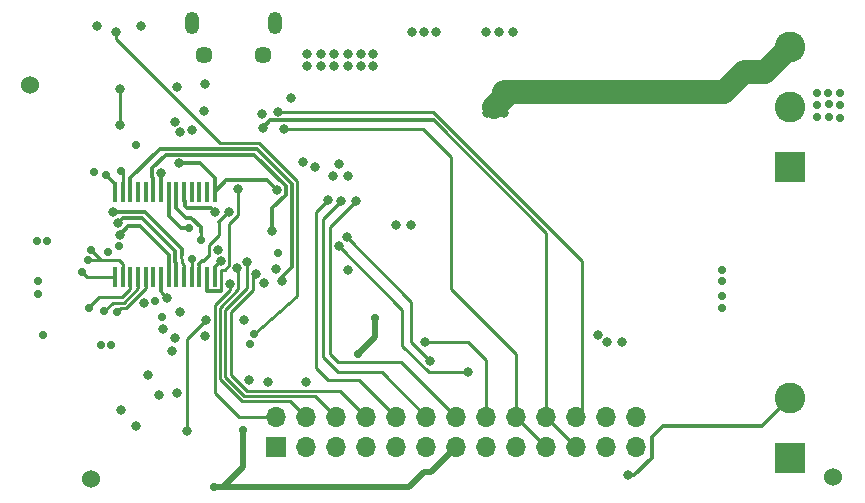
<source format=gbr>
%TF.GenerationSoftware,KiCad,Pcbnew,(5.1.9)-1*%
%TF.CreationDate,2022-08-25T12:46:07+02:00*%
%TF.ProjectId,electric_angle_actuator,656c6563-7472-4696-935f-616e676c655f,rev?*%
%TF.SameCoordinates,Original*%
%TF.FileFunction,Copper,L4,Bot*%
%TF.FilePolarity,Positive*%
%FSLAX46Y46*%
G04 Gerber Fmt 4.6, Leading zero omitted, Abs format (unit mm)*
G04 Created by KiCad (PCBNEW (5.1.9)-1) date 2022-08-25 12:46:07*
%MOMM*%
%LPD*%
G01*
G04 APERTURE LIST*
%TA.AperFunction,ComponentPad*%
%ADD10C,1.524000*%
%TD*%
%TA.AperFunction,ComponentPad*%
%ADD11O,1.200000X1.900000*%
%TD*%
%TA.AperFunction,ComponentPad*%
%ADD12C,1.450000*%
%TD*%
%TA.AperFunction,SMDPad,CuDef*%
%ADD13R,0.450000X1.750000*%
%TD*%
%TA.AperFunction,ComponentPad*%
%ADD14O,1.700000X1.700000*%
%TD*%
%TA.AperFunction,ComponentPad*%
%ADD15R,1.700000X1.700000*%
%TD*%
%TA.AperFunction,ComponentPad*%
%ADD16R,2.600000X2.600000*%
%TD*%
%TA.AperFunction,ComponentPad*%
%ADD17C,2.600000*%
%TD*%
%TA.AperFunction,ViaPad*%
%ADD18C,0.800000*%
%TD*%
%TA.AperFunction,ViaPad*%
%ADD19C,0.700000*%
%TD*%
%TA.AperFunction,Conductor*%
%ADD20C,0.250000*%
%TD*%
%TA.AperFunction,Conductor*%
%ADD21C,0.500000*%
%TD*%
%TA.AperFunction,Conductor*%
%ADD22C,2.000000*%
%TD*%
%TA.AperFunction,Conductor*%
%ADD23C,0.300000*%
%TD*%
G04 APERTURE END LIST*
D10*
%TO.P,REF\u002A\u002A,1*%
%TO.N,N/C*%
X196400000Y-98400000D03*
%TD*%
%TO.P,REF\u002A\u002A,1*%
%TO.N,N/C*%
X133600000Y-98600000D03*
%TD*%
%TO.P,REF\u002A\u002A,1*%
%TO.N,N/C*%
X128400000Y-65200000D03*
%TD*%
D11*
%TO.P,J1,6*%
%TO.N,Net-(J1-Pad6)*%
X142143600Y-59976500D03*
X149143600Y-59976500D03*
D12*
X143143600Y-62676500D03*
X148143600Y-62676500D03*
%TD*%
D13*
%TO.P,U3,28*%
%TO.N,SPI2_SCK*%
X144077400Y-74276400D03*
%TO.P,U3,27*%
%TO.N,N/C*%
X143427400Y-74276400D03*
%TO.P,U3,26*%
X142777400Y-74276400D03*
%TO.P,U3,25*%
X142127400Y-74276400D03*
%TO.P,U3,24*%
%TO.N,I2C1_SCL*%
X141477400Y-74276400D03*
%TO.P,U3,23*%
%TO.N,I2C1_SDA*%
X140827400Y-74276400D03*
%TO.P,U3,22*%
%TO.N,ZEROING_PIN*%
X140177400Y-74276400D03*
%TO.P,U3,21*%
%TO.N,PSM*%
X139527400Y-74276400D03*
%TO.P,U3,20*%
%TO.N,V_OUT*%
X138877400Y-74276400D03*
%TO.P,U3,19*%
%TO.N,Net-(U3-Pad19)*%
X138227400Y-74276400D03*
%TO.P,U3,18*%
%TO.N,Net-(U3-Pad18)*%
X137577400Y-74276400D03*
%TO.P,U3,17*%
%TO.N,MAGNET_PRESENCE*%
X136927400Y-74276400D03*
%TO.P,U3,16*%
%TO.N,Net-(C12-Pad1)*%
X136277400Y-74276400D03*
%TO.P,U3,15*%
%TO.N,GND*%
X135627400Y-74276400D03*
%TO.P,U3,14*%
%TO.N,Net-(C11-Pad1)*%
X135627400Y-81476400D03*
%TO.P,U3,13*%
%TO.N,+3V3*%
X136277400Y-81476400D03*
%TO.P,U3,12*%
%TO.N,Net-(C14-Pad2)*%
X136927400Y-81476400D03*
%TO.P,U3,11*%
%TO.N,Net-(C9-Pad1)*%
X137577400Y-81476400D03*
%TO.P,U3,10*%
%TO.N,Net-(C6-Pad1)*%
X138227400Y-81476400D03*
%TO.P,U3,9*%
%TO.N,Net-(U3-Pad9)*%
X138877400Y-81476400D03*
%TO.P,U3,8*%
%TO.N,TURN_DIR_PIN*%
X139527400Y-81476400D03*
%TO.P,U3,7*%
%TO.N,U_PIN*%
X140177400Y-81476400D03*
%TO.P,U3,6*%
%TO.N,V_PIN*%
X140827400Y-81476400D03*
%TO.P,U3,5*%
%TO.N,W_PIN*%
X141477400Y-81476400D03*
%TO.P,U3,4*%
%TO.N,ENC_INC_A*%
X142127400Y-81476400D03*
%TO.P,U3,3*%
%TO.N,ENC_INC_B*%
X142777400Y-81476400D03*
%TO.P,U3,2*%
%TO.N,ENC_INC_Ri*%
X143427400Y-81476400D03*
%TO.P,U3,1*%
%TO.N,SPI2_MISO*%
X144077400Y-81476400D03*
%TD*%
D14*
%TO.P,J2,26*%
%TO.N,+3V3*%
X179768500Y-93345000D03*
%TO.P,J2,25*%
%TO.N,ADC1_IN0*%
X179768500Y-95885000D03*
%TO.P,J2,24*%
%TO.N,SD2*%
X177228500Y-93345000D03*
%TO.P,J2,23*%
%TO.N,SD1*%
X177228500Y-95885000D03*
%TO.P,J2,22*%
%TO.N,DIRECTION*%
X174688500Y-93345000D03*
%TO.P,J2,21*%
%TO.N,HIN_2*%
X174688500Y-95885000D03*
%TO.P,J2,20*%
X172148500Y-93345000D03*
%TO.P,J2,19*%
%TO.N,HIN_1*%
X172148500Y-95885000D03*
%TO.P,J2,18*%
X169608500Y-93345000D03*
%TO.P,J2,17*%
%TO.N,GND*%
X169608500Y-95885000D03*
%TO.P,J2,16*%
%TO.N,ADC1_IN1*%
X167068500Y-93345000D03*
%TO.P,J2,15*%
%TO.N,GND*%
X167068500Y-95885000D03*
%TO.P,J2,14*%
%TO.N,INPUT_IT_1*%
X164528500Y-93345000D03*
%TO.P,J2,13*%
%TO.N,+5V*%
X164528500Y-95885000D03*
%TO.P,J2,12*%
%TO.N,INPUT_IT_2*%
X161988500Y-93345000D03*
%TO.P,J2,11*%
%TO.N,GND*%
X161988500Y-95885000D03*
%TO.P,J2,10*%
%TO.N,INPUT_IT_3*%
X159448500Y-93345000D03*
%TO.P,J2,9*%
%TO.N,+3V3*%
X159448500Y-95885000D03*
%TO.P,J2,8*%
%TO.N,POSITION_INDICATOR_4*%
X156908500Y-93345000D03*
%TO.P,J2,7*%
%TO.N,GND*%
X156908500Y-95885000D03*
%TO.P,J2,6*%
%TO.N,POSITION_INDICATOR_3*%
X154368500Y-93345000D03*
%TO.P,J2,5*%
%TO.N,GND*%
X154368500Y-95885000D03*
%TO.P,J2,4*%
%TO.N,POSITION_INDICATOR_2*%
X151828500Y-93345000D03*
%TO.P,J2,3*%
%TO.N,GND*%
X151828500Y-95885000D03*
%TO.P,J2,2*%
%TO.N,POSITION_INDICATOR_1*%
X149288500Y-93345000D03*
D15*
%TO.P,J2,1*%
%TO.N,GND*%
X149288500Y-95885000D03*
%TD*%
D16*
%TO.P,J4,1*%
%TO.N,V_in*%
X192786000Y-72136000D03*
D17*
%TO.P,J4,2*%
%TO.N,GND*%
X192786000Y-67056000D03*
%TO.P,J4,3*%
%TO.N,+5V*%
X192786000Y-61976000D03*
%TD*%
D16*
%TO.P,J5,1*%
%TO.N,CAN_L*%
X192786000Y-96774000D03*
D17*
%TO.P,J5,2*%
%TO.N,CAN_H*%
X192786000Y-91694000D03*
%TD*%
D18*
%TO.N,GND*%
X149230000Y-80780000D03*
X155318887Y-80876400D03*
X148237877Y-81946850D03*
X146558000Y-85090000D03*
D19*
X147050627Y-87162484D03*
D18*
X143256000Y-86487000D03*
X140462000Y-87757000D03*
X140716000Y-86614000D03*
X146939000Y-90170000D03*
X151765000Y-90373780D03*
X139319000Y-91440000D03*
X138430000Y-89789000D03*
X136144000Y-92710000D03*
X137414000Y-94107000D03*
X138049000Y-83693000D03*
X143145050Y-67425622D03*
X148045000Y-67654000D03*
X150495000Y-66294000D03*
X162814000Y-60706000D03*
X161798000Y-60706000D03*
X160782000Y-60706000D03*
X167005000Y-60706000D03*
X168148000Y-60706000D03*
X169291000Y-60706000D03*
X151511000Y-71755000D03*
X154051000Y-72898000D03*
X155321000Y-72898000D03*
X159385000Y-77089000D03*
X160655000Y-77089000D03*
X134112000Y-60198000D03*
X142171847Y-69029153D03*
X143256000Y-65151000D03*
X144346964Y-79166855D03*
D19*
X133880000Y-72570000D03*
X134890000Y-72850000D03*
X137380000Y-70340000D03*
X135060000Y-79355000D03*
X129040000Y-78410000D03*
X129890000Y-78450000D03*
X129100000Y-81790000D03*
X129120000Y-82890000D03*
X129570000Y-86400000D03*
X134430000Y-87230000D03*
X135270000Y-87200000D03*
X195090000Y-65860000D03*
X195990000Y-65880000D03*
X197020000Y-65870000D03*
X195100000Y-66890000D03*
X196040000Y-66820000D03*
X197050000Y-66910000D03*
X195100000Y-67920000D03*
X196040000Y-67950000D03*
X197020000Y-68010000D03*
X187050000Y-84120000D03*
X187040000Y-83120000D03*
X187050000Y-81860000D03*
X187050000Y-80920000D03*
D18*
X176530000Y-86360000D03*
X177292000Y-86995000D03*
X178562000Y-86995000D03*
%TO.N,+3V3*%
X148590000Y-90373780D03*
X140843000Y-91313000D03*
X141097000Y-84455000D03*
X155321000Y-63627000D03*
X151892000Y-62611000D03*
X153035000Y-62611000D03*
X154178000Y-62611000D03*
X155321000Y-62611000D03*
X156464000Y-62611000D03*
X157480000Y-62611000D03*
X151892000Y-63627000D03*
X153035000Y-63627000D03*
X154178000Y-63627000D03*
X156464000Y-63627000D03*
X157480000Y-63627000D03*
X141097000Y-69215000D03*
X140716000Y-68326000D03*
X140844210Y-65403790D03*
X154559000Y-71882000D03*
X152527000Y-72136000D03*
X137795000Y-60198000D03*
X139700000Y-85852000D03*
D19*
X133340000Y-80030000D03*
X133570000Y-79180000D03*
X135930000Y-78880000D03*
X149470000Y-79480000D03*
X139573000Y-84836000D03*
X139038952Y-83551579D03*
D18*
%TO.N,+5V*%
X167132000Y-67564000D03*
X168529000Y-67564000D03*
D19*
X168529000Y-66641000D03*
X167642500Y-66672500D03*
X144000000Y-99250000D03*
X157620000Y-84950000D03*
X156220000Y-87980000D03*
X146450000Y-94450000D03*
D18*
%TO.N,CAN_H*%
X179038500Y-98271000D03*
%TO.N,SWCLK*%
X136042400Y-68630800D03*
X136042400Y-65582800D03*
%TO.N,NRST*%
X135737600Y-60756800D03*
D19*
X147421600Y-86309200D03*
D18*
%TO.N,SPI2_SCK*%
X149346800Y-74138716D03*
X141071600Y-71870000D03*
%TO.N,I2C1_SCL*%
X144081500Y-75946000D03*
D19*
%TO.N,I2C1_SDA*%
X142940000Y-78350000D03*
%TO.N,ZEROING_PIN*%
X141859000Y-77343000D03*
D18*
%TO.N,PSM*%
X139509500Y-72644000D03*
%TO.N,V_OUT*%
X148945600Y-77622400D03*
%TO.N,MAGNET_PRESENCE*%
X149758400Y-81838800D03*
%TO.N,TURN_DIR_PIN*%
X140004800Y-83261200D03*
%TO.N,U_PIN*%
X136017810Y-77896076D03*
%TO.N,V_PIN*%
X135892714Y-76903929D03*
%TO.N,W_PIN*%
X135445500Y-76009500D03*
D19*
%TO.N,ENC_INC_A*%
X142120000Y-79930000D03*
D18*
%TO.N,ENC_INC_B*%
X145300000Y-75946000D03*
%TO.N,ENC_INC_Ri*%
X146050000Y-74041000D03*
%TO.N,SPI2_MISO*%
X144589500Y-80137000D03*
%TO.N,CAN_SILENT_MODE*%
X143346800Y-85140800D03*
X141732000Y-94488000D03*
%TO.N,HIN_2*%
X148183600Y-68834000D03*
%TO.N,DIRECTION*%
X149453600Y-67474400D03*
%TO.N,HIN_1*%
X149922302Y-68974400D03*
%TO.N,INPUT_IT_3*%
X153670000Y-74980800D03*
%TO.N,INPUT_IT_2*%
X154787600Y-75031600D03*
%TO.N,INPUT_IT_1*%
X156057600Y-75031600D03*
%TO.N,SD2*%
X155240677Y-78121877D03*
X162306000Y-88595200D03*
%TO.N,SD1*%
X154584400Y-78876400D03*
X165506400Y-89560400D03*
%TO.N,ADC1_IN1*%
X161899600Y-86969600D03*
%TO.N,POSITION_INDICATOR_4*%
X147566194Y-81206009D03*
%TO.N,POSITION_INDICATOR_3*%
X146841194Y-80207060D03*
%TO.N,POSITION_INDICATOR_2*%
X145993872Y-80738143D03*
%TO.N,POSITION_INDICATOR_1*%
X145352401Y-82042000D03*
D19*
%TO.N,Net-(C6-Pad1)*%
X135825000Y-84430000D03*
%TO.N,Net-(C11-Pad1)*%
X132860000Y-81080000D03*
%TO.N,Net-(C9-Pad1)*%
X134710000Y-84380000D03*
%TO.N,Net-(C12-Pad1)*%
X136120000Y-72470000D03*
%TO.N,Net-(C14-Pad2)*%
X133460000Y-84080000D03*
%TD*%
D20*
%TO.N,GND*%
X135627400Y-73587400D02*
X134890000Y-72850000D01*
X135627400Y-74276400D02*
X135627400Y-73587400D01*
%TO.N,+3V3*%
X136277400Y-80351400D02*
X135956000Y-80030000D01*
X136277400Y-81476400D02*
X136277400Y-80351400D01*
X134420000Y-80030000D02*
X134480000Y-80030000D01*
X133570000Y-79180000D02*
X134420000Y-80030000D01*
X134480000Y-80030000D02*
X133340000Y-80030000D01*
X135956000Y-80030000D02*
X134480000Y-80030000D01*
D21*
%TO.N,+5V*%
X167132000Y-67183000D02*
X167132000Y-67564000D01*
X168529000Y-65786000D02*
X167642500Y-66672500D01*
X168529000Y-65786000D02*
X168529000Y-66641000D01*
D22*
X192786000Y-61976000D02*
X190652000Y-64110000D01*
X190652000Y-64110000D02*
X188870000Y-64110000D01*
X188870000Y-64110000D02*
X187194000Y-65786000D01*
X168529000Y-65786000D02*
X168529000Y-66291000D01*
X168529000Y-66291000D02*
X167710000Y-67110000D01*
X187194000Y-65786000D02*
X182896000Y-65786000D01*
X182896000Y-65786000D02*
X168529000Y-65786000D01*
D21*
X168529000Y-66641000D02*
X168529000Y-67564000D01*
X167642500Y-66672500D02*
X167132000Y-67183000D01*
X160547502Y-99250000D02*
X161777502Y-98020000D01*
X162393500Y-98020000D02*
X164528500Y-95885000D01*
X161777502Y-98020000D02*
X162393500Y-98020000D01*
X157620000Y-86580000D02*
X156220000Y-87980000D01*
X157620000Y-84950000D02*
X157620000Y-86580000D01*
X146450000Y-97580000D02*
X144780000Y-99250000D01*
X146450000Y-94450000D02*
X146450000Y-97580000D01*
X144780000Y-99250000D02*
X160547502Y-99250000D01*
X144000000Y-99250000D02*
X144780000Y-99250000D01*
D23*
%TO.N,CAN_H*%
X190380000Y-94100000D02*
X192786000Y-91694000D01*
X182000000Y-94100000D02*
X190380000Y-94100000D01*
X181100000Y-95000000D02*
X182000000Y-94100000D01*
X181100000Y-96775185D02*
X181100000Y-95000000D01*
X179604185Y-98271000D02*
X181100000Y-96775185D01*
X179038500Y-98271000D02*
X179604185Y-98271000D01*
D20*
%TO.N,SWCLK*%
X136042400Y-68630800D02*
X136042400Y-65582800D01*
%TO.N,NRST*%
X151003000Y-83058000D02*
X147421600Y-86309200D01*
X151071821Y-73374850D02*
X151071821Y-82989179D01*
X147841951Y-70144980D02*
X151071821Y-73374850D01*
X144560095Y-70144980D02*
X147841951Y-70144980D01*
X135737600Y-61322485D02*
X144560095Y-70144980D01*
X151071821Y-82989179D02*
X151003000Y-83058000D01*
X135737600Y-60756800D02*
X135737600Y-61322485D01*
D23*
%TO.N,SPI2_SCK*%
X148499083Y-73290999D02*
X149346800Y-74138716D01*
X145062801Y-73290999D02*
X148499083Y-73290999D01*
X144077400Y-74276400D02*
X145062801Y-73290999D01*
X142846000Y-71870000D02*
X141071600Y-71870000D01*
X144077400Y-73101400D02*
X142846000Y-71870000D01*
X144077400Y-74276400D02*
X144077400Y-73101400D01*
%TO.N,I2C1_SCL*%
X143763400Y-75627900D02*
X144081500Y-75946000D01*
X141477400Y-74929400D02*
X141552399Y-75004399D01*
X141477400Y-74276400D02*
X141477400Y-74929400D01*
X141748898Y-75627900D02*
X143763400Y-75627900D01*
X141552399Y-75431401D02*
X141748898Y-75627900D01*
X141552399Y-75004399D02*
X141552399Y-75431401D01*
%TO.N,I2C1_SDA*%
X142080002Y-76454000D02*
X141922500Y-76454000D01*
X140827400Y-75676400D02*
X140827400Y-74276400D01*
X141605000Y-76454000D02*
X140827400Y-75676400D01*
X142080002Y-76454000D02*
X141605000Y-76454000D01*
X142875000Y-77248998D02*
X142080002Y-76454000D01*
X142875000Y-77663880D02*
X142875000Y-77248998D01*
D20*
X142875000Y-78285000D02*
X142940000Y-78350000D01*
X142875000Y-77663880D02*
X142875000Y-78285000D01*
D23*
%TO.N,ZEROING_PIN*%
X140177400Y-74276400D02*
X140177400Y-75661400D01*
X141859000Y-77343000D02*
X141224000Y-77343000D01*
X140177400Y-76296400D02*
X140177400Y-75661400D01*
X141224000Y-77343000D02*
X140177400Y-76296400D01*
%TO.N,PSM*%
X139509500Y-74258500D02*
X139527400Y-74276400D01*
X139509500Y-72644000D02*
X139509500Y-74258500D01*
%TO.N,V_OUT*%
X138759499Y-72283999D02*
X138759499Y-73004001D01*
X147438086Y-71120000D02*
X139923498Y-71120000D01*
X138759499Y-73004001D02*
X138877400Y-73121902D01*
X150096801Y-73778715D02*
X147438086Y-71120000D01*
X139923498Y-71120000D02*
X138759499Y-72283999D01*
X150096801Y-74498717D02*
X150096801Y-73778715D01*
X138877400Y-73121902D02*
X138877400Y-74276400D01*
X148945600Y-75649918D02*
X150096801Y-74498717D01*
X148945600Y-77622400D02*
X148945600Y-75649918D01*
%TO.N,MAGNET_PRESENCE*%
X150596811Y-73571605D02*
X150596811Y-80644789D01*
X147645196Y-70619990D02*
X150596811Y-73571605D01*
X139408810Y-70619990D02*
X147645196Y-70619990D01*
X136927400Y-73101400D02*
X139408810Y-70619990D01*
X136927400Y-74276400D02*
X136927400Y-73101400D01*
X149758400Y-81483200D02*
X149758400Y-81838800D01*
X150596811Y-80644789D02*
X149758400Y-81483200D01*
%TO.N,TURN_DIR_PIN*%
X139527400Y-81476400D02*
X139527400Y-82651400D01*
D20*
X139527400Y-82783800D02*
X139527400Y-82651400D01*
X140004800Y-83261200D02*
X139527400Y-82783800D01*
D23*
%TO.N,U_PIN*%
X136017810Y-77896076D02*
X136761386Y-77152500D01*
X137731500Y-77152500D02*
X140208000Y-79629000D01*
X136761386Y-77152500D02*
X137731500Y-77152500D01*
X140177400Y-79723100D02*
X140177400Y-81476400D01*
X140208000Y-79692500D02*
X140177400Y-79723100D01*
X140208000Y-79629000D02*
X140208000Y-79692500D01*
%TO.N,V_PIN*%
X140827400Y-80301400D02*
X140716000Y-80190000D01*
X140827400Y-81476400D02*
X140827400Y-80301400D01*
X140716000Y-80190000D02*
X140716000Y-79311500D01*
X140716000Y-79311500D02*
X137922000Y-76517500D01*
X136279143Y-76517500D02*
X135892714Y-76903929D01*
X137922000Y-76517500D02*
X136279143Y-76517500D01*
%TO.N,W_PIN*%
X141277399Y-79110899D02*
X141277399Y-79608001D01*
X138176000Y-76009500D02*
X141277399Y-79110899D01*
X135445500Y-76009500D02*
X138176000Y-76009500D01*
D20*
X141477400Y-80441398D02*
X141312401Y-80276399D01*
X141477400Y-81476400D02*
X141477400Y-80441398D01*
X141312401Y-79971401D02*
X141191010Y-79850010D01*
X141312401Y-80276399D02*
X141312401Y-79971401D01*
X141191010Y-79694390D02*
X141277399Y-79608001D01*
X141191010Y-79850010D02*
X141191010Y-79694390D01*
D23*
%TO.N,ENC_INC_A*%
X142127400Y-81476400D02*
X142176500Y-81427300D01*
D20*
X142127400Y-79937400D02*
X142120000Y-79930000D01*
X142127400Y-81476400D02*
X142127400Y-79937400D01*
%TO.N,ENC_INC_B*%
X142777400Y-81476400D02*
X142777400Y-80488600D01*
D23*
X142777400Y-80396398D02*
X143036798Y-80137000D01*
X142777400Y-80488600D02*
X142777400Y-80396398D01*
X143129000Y-80137000D02*
X143579500Y-79686500D01*
X143036798Y-80137000D02*
X143129000Y-80137000D01*
D20*
X143579500Y-79686500D02*
X143579500Y-79259500D01*
X143621963Y-79217037D02*
X143621963Y-78768037D01*
X143579500Y-79259500D02*
X143621963Y-79217037D01*
X144453000Y-77937000D02*
X144453000Y-76793000D01*
X143621963Y-78768037D02*
X144453000Y-77937000D01*
D23*
X145300000Y-75946000D02*
X144453000Y-76793000D01*
%TO.N,ENC_INC_Ri*%
X143477401Y-82701401D02*
X144565099Y-82701401D01*
X143427400Y-82651400D02*
X143477401Y-82701401D01*
X143427400Y-81476400D02*
X143427400Y-82651400D01*
X144565099Y-82701401D02*
X144582401Y-82701401D01*
D20*
X144565099Y-82673703D02*
X144627401Y-82611401D01*
X144565099Y-82701401D02*
X144565099Y-82673703D01*
X144639199Y-80862001D02*
X144937501Y-80862001D01*
X144627401Y-80873799D02*
X144639199Y-80862001D01*
X144627401Y-82611401D02*
X144627401Y-80873799D01*
X145314501Y-80485001D02*
X144937501Y-80862001D01*
X146050000Y-76269002D02*
X145314501Y-77004501D01*
X145314501Y-77004501D02*
X145314501Y-80485001D01*
X146050000Y-74041000D02*
X146050000Y-76269002D01*
D23*
%TO.N,SPI2_MISO*%
X144077400Y-80649100D02*
X144589500Y-80137000D01*
X144077400Y-81476400D02*
X144077400Y-80649100D01*
D20*
%TO.N,CAN_SILENT_MODE*%
X141732000Y-86755600D02*
X141732000Y-94488000D01*
X143346800Y-85140800D02*
X141732000Y-86755600D01*
D23*
%TO.N,HIN_2*%
X148183600Y-68834000D02*
X148793200Y-68224400D01*
X148793200Y-68224400D02*
X162610800Y-68224400D01*
D20*
X172148500Y-77762100D02*
X172148500Y-93345000D01*
X162610800Y-68224400D02*
X172148500Y-77762100D01*
X172148500Y-93345000D02*
X174688500Y-95885000D01*
%TO.N,DIRECTION*%
X175209200Y-92824300D02*
X174688500Y-93345000D01*
X175209200Y-80151035D02*
X175209200Y-92824300D01*
X162532565Y-67474400D02*
X175209200Y-80151035D01*
X149453600Y-67474400D02*
X162532565Y-67474400D01*
%TO.N,HIN_1*%
X149922302Y-68974400D02*
X161735200Y-68974400D01*
X161735200Y-68974400D02*
X164084000Y-71323200D01*
X164084000Y-71323200D02*
X164084000Y-82499200D01*
X169608500Y-88023700D02*
X169608500Y-93345000D01*
X164084000Y-82499200D02*
X169608500Y-88023700D01*
X169608500Y-93345000D02*
X172148500Y-95885000D01*
%TO.N,INPUT_IT_3*%
X156273500Y-90170000D02*
X159448500Y-93345000D01*
X153670000Y-90170000D02*
X156273500Y-90170000D01*
X152654000Y-89154000D02*
X153670000Y-90170000D01*
X152654000Y-75996800D02*
X152654000Y-89154000D01*
X153670000Y-74980800D02*
X152654000Y-75996800D01*
%TO.N,INPUT_IT_2*%
X161988500Y-93345000D02*
X158203900Y-89560400D01*
X154482800Y-89560400D02*
X153212800Y-88290400D01*
X158203900Y-89560400D02*
X154482800Y-89560400D01*
X153212800Y-88290400D02*
X153212800Y-78943200D01*
X153212800Y-76606400D02*
X154787600Y-75031600D01*
X153212800Y-78943200D02*
X153212800Y-76606400D01*
%TO.N,INPUT_IT_1*%
X153859399Y-77229801D02*
X153859399Y-88022599D01*
X156057600Y-75031600D02*
X153859399Y-77229801D01*
X153859399Y-88022599D02*
X154533600Y-88696800D01*
X159880300Y-88696800D02*
X164528500Y-93345000D01*
X154533600Y-88696800D02*
X159880300Y-88696800D01*
%TO.N,SD2*%
X155240677Y-78121877D02*
X160731200Y-83612400D01*
X160731200Y-87020400D02*
X160731200Y-85293200D01*
X162306000Y-88595200D02*
X160731200Y-87020400D01*
X160731200Y-85293200D02*
X160731200Y-85750400D01*
X160731200Y-83612400D02*
X160731200Y-85293200D01*
%TO.N,SD1*%
X154584400Y-78876400D02*
X159969200Y-84261200D01*
X159969200Y-87331402D02*
X162198198Y-89560400D01*
X159969200Y-85750400D02*
X159969200Y-87331402D01*
X159969200Y-84261200D02*
X159969200Y-85750400D01*
X159969200Y-85750400D02*
X159969200Y-86004400D01*
X162198198Y-89560400D02*
X165506400Y-89560400D01*
%TO.N,ADC1_IN1*%
X161899600Y-86969600D02*
X165557200Y-86969600D01*
X167068500Y-88480900D02*
X167068500Y-93345000D01*
X165557200Y-86969600D02*
X167068500Y-88480900D01*
%TO.N,POSITION_INDICATOR_4*%
X147546391Y-81206009D02*
X147291204Y-81461196D01*
X147566194Y-81206009D02*
X147546391Y-81206009D01*
X147291204Y-81461196D02*
X147291203Y-82605607D01*
X147291203Y-82605607D02*
X145433210Y-84463600D01*
X145433210Y-84463600D02*
X145433210Y-89753590D01*
X154662280Y-91098780D02*
X156908500Y-93345000D01*
X146778400Y-91098780D02*
X154662280Y-91098780D01*
X145433210Y-89753590D02*
X146778400Y-91098780D01*
%TO.N,POSITION_INDICATOR_3*%
X152572290Y-91548790D02*
X154368500Y-93345000D01*
X146592000Y-91548790D02*
X152572290Y-91548790D01*
X144983200Y-89939990D02*
X146592000Y-91548790D01*
X144983200Y-84277200D02*
X144983200Y-89939990D01*
X146841194Y-82419206D02*
X144983200Y-84277200D01*
X146841194Y-80207060D02*
X146841194Y-82419206D01*
%TO.N,POSITION_INDICATOR_2*%
X144526000Y-84070496D02*
X146077402Y-82519094D01*
X146077402Y-80821673D02*
X145993872Y-80738143D01*
X146077402Y-82519094D02*
X146077402Y-80821673D01*
X144526000Y-90119200D02*
X144526000Y-84070496D01*
X146405600Y-91998800D02*
X144526000Y-90119200D01*
X150482300Y-91998800D02*
X146405600Y-91998800D01*
X151828500Y-93345000D02*
X150482300Y-91998800D01*
%TO.N,POSITION_INDICATOR_1*%
X145352401Y-82607685D02*
X144071801Y-83888285D01*
X145352401Y-82042000D02*
X145352401Y-82607685D01*
X144071801Y-83888285D02*
X144071801Y-91290601D01*
X146126200Y-93345000D02*
X149288500Y-93345000D01*
X144071801Y-91290601D02*
X146126200Y-93345000D01*
%TO.N,Net-(C6-Pad1)*%
X138227400Y-82441598D02*
X136560000Y-84108998D01*
X138227400Y-81476400D02*
X138227400Y-82441598D01*
X136146002Y-84108998D02*
X135825000Y-84430000D01*
X136560000Y-84108998D02*
X136146002Y-84108998D01*
%TO.N,Net-(C11-Pad1)*%
X133256400Y-81476400D02*
X135627400Y-81476400D01*
X132860000Y-81080000D02*
X133256400Y-81476400D01*
%TO.N,Net-(C9-Pad1)*%
X137600000Y-82130000D02*
X137600000Y-82432588D01*
X137577400Y-82107400D02*
X137600000Y-82130000D01*
X137577400Y-81476400D02*
X137577400Y-82107400D01*
X135431012Y-83658988D02*
X134710000Y-84380000D01*
X136373600Y-83658988D02*
X135431012Y-83658988D01*
X137600000Y-82432588D02*
X136373600Y-83658988D01*
%TO.N,Net-(C12-Pad1)*%
X136277400Y-72627400D02*
X136277400Y-74276400D01*
X136120000Y-72470000D02*
X136277400Y-72627400D01*
%TO.N,Net-(C14-Pad2)*%
X136927400Y-81476400D02*
X136927400Y-82468778D01*
X136927400Y-82468778D02*
X136226178Y-83170000D01*
X136226178Y-83170000D02*
X134280000Y-83170000D01*
X134280000Y-83170000D02*
X133250000Y-84200000D01*
X133340000Y-84200000D02*
X133460000Y-84080000D01*
X133250000Y-84200000D02*
X133340000Y-84200000D01*
%TD*%
M02*

</source>
